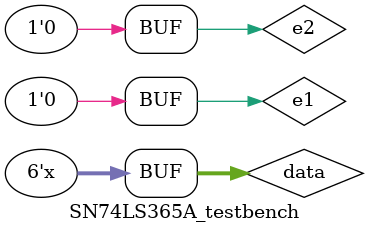
<source format=v>
`timescale 1ns / 1ps


module SN74LS365A_testbench;

    // Inputs
    reg e1;
    reg e2;
    reg [5:0] data;

    // Outputs
    wire [5:0] out;

    // Instantiate the Unit Under Test (UUT)
    SN74LS365 uut (
        .e1(e1), 
        .e2(e2), 
        .data(data), 
        .out(out)
    );

    initial begin
        // Initialize Inputs
        e1 = 1;
        e2 = 0;
        data = 0;
        
        #100;
        e2 = 1;

        // Wait 100 ns for global reset to finish
        #100;      
        // Add stimulus here
        e1 = 0;
        
        #100;
        e2 = 0;
    end
      
    always
    begin
        #100 data <= data + 1;
    end
endmodule


</source>
